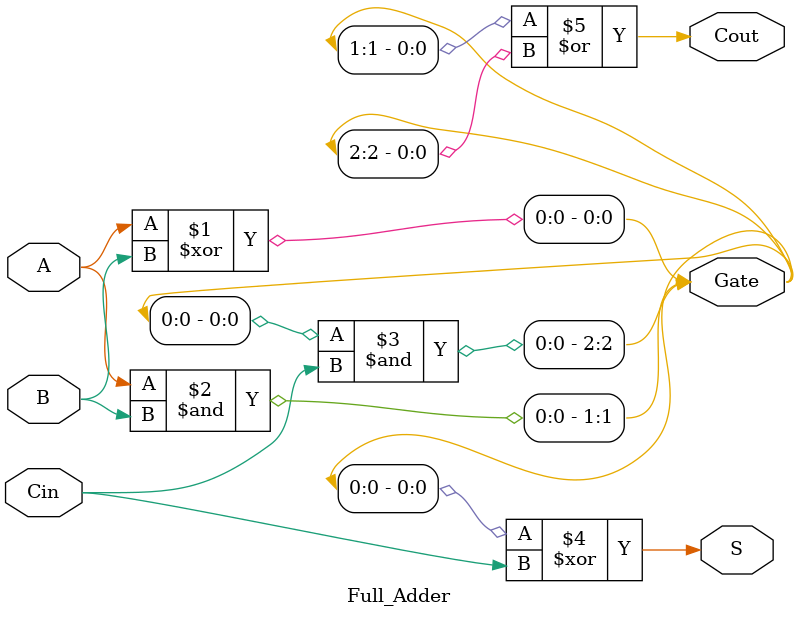
<source format=v>
`timescale 1ns / 1ps


module Full_Adder(
    input  A,
    input  B,
    input  Cin,
    output S,
    output Cout,
    
    output [2:0]Gate
    );
    
    assign #1 Gate[0] = A ^ B;
    assign #1 Gate[1] = A & B;
    assign #1 Gate[2] = Gate[0] & Cin;
    
    assign #1 S = Gate[0] ^ Cin;
    assign #1 Cout = Gate[1] | Gate[2];
    
endmodule

</source>
